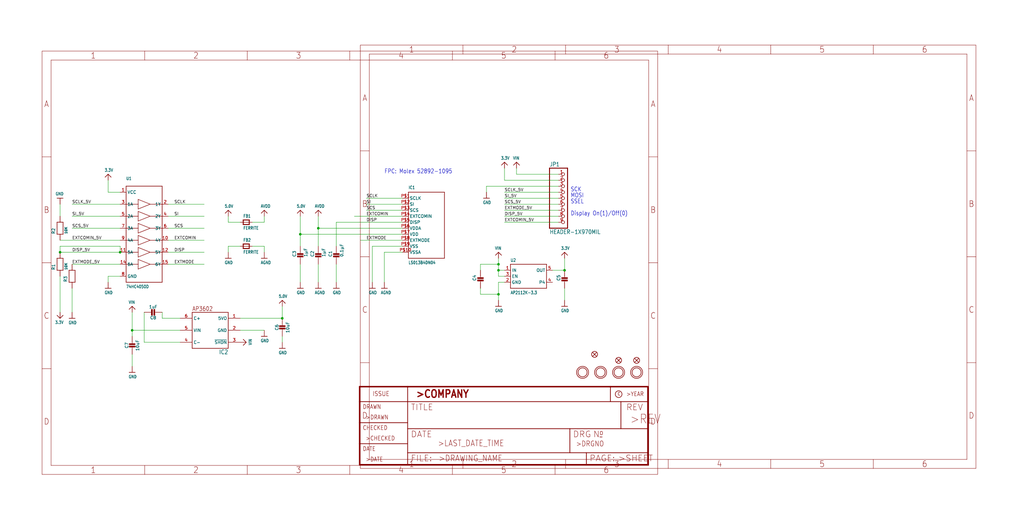
<source format=kicad_sch>
(kicad_sch (version 20211123) (generator eeschema)
  (paper "User" 433.07 220.421)
  (lib_symbols
    (symbol "eagleSchem-eagle-import:3.3V" (power)
      (property "Value" "3.3V" (at -1.524 1.016 0))
      (symbol "3.3V_1_0"
        (polyline (pts (xy -1.27 -1.27) (xy 0 0)) (stroke (width 0.254)))
        (polyline (pts (xy 0 0) (xy 1.27 -1.27)) (stroke (width 0.254)))
        (pin power_in line (at 0 -2.54 90) (length 2.54) (name "3.3V") (number "1"))
      )
    )
    (symbol "eagleSchem-eagle-import:5.0V" (power)
      (property "Value" "5.0V" (at -1.524 1.016 0))
      (symbol "5.0V_1_0"
        (polyline (pts (xy -1.27 -1.27) (xy 0 0)) (stroke (width 0.254)))
        (polyline (pts (xy 0 0) (xy 1.27 -1.27)) (stroke (width 0.254)))
        (pin power_in line (at 0 -2.54 90) (length 2.54) (name "5.0V") (number "1"))
      )
    )
    (symbol "eagleSchem-eagle-import:74HC4050D"
      (property "Reference" "U" (at -7.62 22.86 0))
      (property "Value" "74HC4050D" (at -7.62 -22.86 0))
      (symbol "74HC4050D_1_0"
        (polyline (pts (xy -7.62 -20.32) (xy -7.62 20.32)) (stroke (width 0.254)))
        (polyline (pts (xy -7.62 -12.7) (xy -2.54 -12.7)) (stroke (width 0.2032)))
        (polyline (pts (xy -7.62 -7.62) (xy -2.54 -7.62)) (stroke (width 0.2032)))
        (polyline (pts (xy -7.62 -2.54) (xy -2.54 -2.54)) (stroke (width 0.2032)))
        (polyline (pts (xy -7.62 2.54) (xy -2.54 2.54)) (stroke (width 0.2032)))
        (polyline (pts (xy -7.62 7.62) (xy -2.54 7.62)) (stroke (width 0.2032)))
        (polyline (pts (xy -7.62 12.7) (xy -2.54 12.7)) (stroke (width 0.2032)))
        (polyline (pts (xy -7.62 20.32) (xy 7.62 20.32)) (stroke (width 0.254)))
        (polyline (pts (xy -2.54 -14.732) (xy -2.54 -12.7)) (stroke (width 0.2032)))
        (polyline (pts (xy -2.54 -14.732) (xy 2.54 -12.7)) (stroke (width 0.2032)))
        (polyline (pts (xy -2.54 -12.7) (xy -2.54 -10.668)) (stroke (width 0.2032)))
        (polyline (pts (xy -2.54 -9.652) (xy -2.54 -7.62)) (stroke (width 0.2032)))
        (polyline (pts (xy -2.54 -9.652) (xy 2.54 -7.62)) (stroke (width 0.2032)))
        (polyline (pts (xy -2.54 -7.62) (xy -2.54 -5.588)) (stroke (width 0.2032)))
        (polyline (pts (xy -2.54 -4.572) (xy -2.54 -2.54)) (stroke (width 0.2032)))
        (polyline (pts (xy -2.54 -4.572) (xy 2.54 -2.54)) (stroke (width 0.2032)))
        (polyline (pts (xy -2.54 -2.54) (xy -2.54 -0.508)) (stroke (width 0.2032)))
        (polyline (pts (xy -2.54 0.508) (xy -2.54 2.54)) (stroke (width 0.2032)))
        (polyline (pts (xy -2.54 0.508) (xy 2.54 2.54)) (stroke (width 0.2032)))
        (polyline (pts (xy -2.54 2.54) (xy -2.54 4.572)) (stroke (width 0.2032)))
        (polyline (pts (xy -2.54 5.588) (xy -2.54 7.62)) (stroke (width 0.2032)))
        (polyline (pts (xy -2.54 5.588) (xy 2.54 7.62)) (stroke (width 0.2032)))
        (polyline (pts (xy -2.54 7.62) (xy -2.54 9.652)) (stroke (width 0.2032)))
        (polyline (pts (xy -2.54 10.668) (xy -2.54 12.7)) (stroke (width 0.2032)))
        (polyline (pts (xy -2.54 10.668) (xy 2.54 12.7)) (stroke (width 0.2032)))
        (polyline (pts (xy -2.54 12.7) (xy -2.54 14.732)) (stroke (width 0.2032)))
        (polyline (pts (xy 2.54 -12.7) (xy -2.54 -10.668)) (stroke (width 0.2032)))
        (polyline (pts (xy 2.54 -12.7) (xy 7.62 -12.7)) (stroke (width 0.2032)))
        (polyline (pts (xy 2.54 -7.62) (xy -2.54 -5.588)) (stroke (width 0.2032)))
        (polyline (pts (xy 2.54 -7.62) (xy 7.62 -7.62)) (stroke (width 0.2032)))
        (polyline (pts (xy 2.54 -2.54) (xy -2.54 -0.508)) (stroke (width 0.2032)))
        (polyline (pts (xy 2.54 -2.54) (xy 7.62 -2.54)) (stroke (width 0.2032)))
        (polyline (pts (xy 2.54 2.54) (xy -2.54 4.572)) (stroke (width 0.2032)))
        (polyline (pts (xy 2.54 2.54) (xy 7.62 2.54)) (stroke (width 0.2032)))
        (polyline (pts (xy 2.54 7.62) (xy -2.54 9.652)) (stroke (width 0.2032)))
        (polyline (pts (xy 2.54 7.62) (xy 7.62 7.62)) (stroke (width 0.2032)))
        (polyline (pts (xy 2.54 12.7) (xy -2.54 14.732)) (stroke (width 0.2032)))
        (polyline (pts (xy 2.54 12.7) (xy 7.62 12.7)) (stroke (width 0.2032)))
        (polyline (pts (xy 7.62 -20.32) (xy -7.62 -20.32)) (stroke (width 0.254)))
        (polyline (pts (xy 7.62 12.7) (xy 7.62 -20.32)) (stroke (width 0.254)))
        (polyline (pts (xy 7.62 20.32) (xy 7.62 12.7)) (stroke (width 0.254)))
        (pin bidirectional line (at -10.16 17.78 0) (length 2.54) (name "VCC") (number "1"))
        (pin bidirectional line (at 10.16 -2.54 180) (length 2.54) (name "4Y") (number "10"))
        (pin bidirectional line (at -10.16 -7.62 0) (length 2.54) (name "5A") (number "11"))
        (pin bidirectional line (at 10.16 -7.62 180) (length 2.54) (name "5Y") (number "12"))
        (pin bidirectional line (at -10.16 -12.7 0) (length 2.54) (name "6A") (number "14"))
        (pin bidirectional line (at 10.16 -12.7 180) (length 2.54) (name "6Y") (number "15"))
        (pin bidirectional line (at 10.16 12.7 180) (length 2.54) (name "1Y") (number "2"))
        (pin bidirectional line (at -10.16 12.7 0) (length 2.54) (name "1A") (number "3"))
        (pin bidirectional line (at 10.16 7.62 180) (length 2.54) (name "2Y") (number "4"))
        (pin bidirectional line (at -10.16 7.62 0) (length 2.54) (name "2A") (number "5"))
        (pin bidirectional line (at 10.16 2.54 180) (length 2.54) (name "3Y") (number "6"))
        (pin bidirectional line (at -10.16 2.54 0) (length 2.54) (name "3A") (number "7"))
        (pin bidirectional line (at -10.16 -17.78 0) (length 2.54) (name "GND") (number "8"))
        (pin bidirectional line (at -10.16 -2.54 0) (length 2.54) (name "4A") (number "9"))
      )
    )
    (symbol "eagleSchem-eagle-import:AGND" (power)
      (property "Value" "AGND" (at -1.524 -2.54 0))
      (symbol "AGND_1_0"
        (polyline (pts (xy -1.27 0) (xy 1.27 0)) (stroke (width 0.254)))
        (pin power_in line (at 0 2.54 270) (length 2.54) (name "AGND") (number "1"))
      )
    )
    (symbol "eagleSchem-eagle-import:AP3602"
      (property "Reference" "IC" (at -7.62 -10.16 0))
      (symbol "AP3602_1_0"
        (polyline (pts (xy -7.62 -7.62) (xy -7.62 7.62)) (stroke (width 0.254)))
        (polyline (pts (xy -7.62 7.62) (xy 7.62 7.62)) (stroke (width 0.254)))
        (polyline (pts (xy 7.62 -7.62) (xy -7.62 -7.62)) (stroke (width 0.254)))
        (polyline (pts (xy 7.62 7.62) (xy 7.62 -7.62)) (stroke (width 0.254)))
        (text "AP3602" (at 7.62 10.16 0) (effects (font (size 1.778 1.5113)) (justify right top)))
        (pin power_in line (at -12.7 5.08 0) (length 5.08) (name "5VO") (number "1"))
        (pin power_in line (at -12.7 0 0) (length 5.08) (name "GND") (number "2"))
        (pin input line (at -12.7 -5.08 0) (length 5.08) (name "~{SHDN}") (number "3"))
        (pin bidirectional line (at 12.7 -5.08 180) (length 5.08) (name "C-") (number "4"))
        (pin power_in line (at 12.7 0 180) (length 5.08) (name "VIN") (number "5"))
        (pin bidirectional line (at 12.7 5.08 180) (length 5.08) (name "C+") (number "6"))
      )
    )
    (symbol "eagleSchem-eagle-import:AVDD" (power)
      (property "Value" "AVDD" (at -1.524 1.016 0))
      (symbol "AVDD_1_0"
        (polyline (pts (xy -1.27 -1.27) (xy 0 0)) (stroke (width 0.254)))
        (polyline (pts (xy 0 0) (xy 1.27 -1.27)) (stroke (width 0.254)))
        (pin power_in line (at 0 -2.54 90) (length 2.54) (name "AVDD") (number "1"))
      )
    )
    (symbol "eagleSchem-eagle-import:CAP_CERAMIC0603_NO"
      (property "Reference" "C" (at -2.29 1.25 90))
      (property "Value" "CAP_CERAMIC0603_NO" (at 2.3 1.25 90))
      (symbol "CAP_CERAMIC0603_NO_1_0"
        (rectangle (start -1.27 0.508) (end 1.27 1.016) (fill (type outline)))
        (rectangle (start -1.27 1.524) (end 1.27 2.032) (fill (type outline)))
        (polyline (pts (xy 0 0.762) (xy 0 0)) (stroke (width 0.1524)))
        (polyline (pts (xy 0 2.54) (xy 0 1.778)) (stroke (width 0.1524)))
        (pin passive line (at 0 5.08 270) (length 2.54) (name "1") (number "1"))
        (pin passive line (at 0 -2.54 90) (length 2.54) (name "2") (number "2"))
      )
    )
    (symbol "eagleSchem-eagle-import:CAP_CERAMIC0805-NOOUTLINE"
      (property "Reference" "C" (at -2.29 1.25 90))
      (property "Value" "CAP_CERAMIC0805-NOOUTLINE" (at 2.3 1.25 90))
      (symbol "CAP_CERAMIC0805-NOOUTLINE_1_0"
        (rectangle (start -1.27 0.508) (end 1.27 1.016) (fill (type outline)))
        (rectangle (start -1.27 1.524) (end 1.27 2.032) (fill (type outline)))
        (polyline (pts (xy 0 0.762) (xy 0 0)) (stroke (width 0.1524)))
        (polyline (pts (xy 0 2.54) (xy 0 1.778)) (stroke (width 0.1524)))
        (pin passive line (at 0 5.08 270) (length 2.54) (name "1") (number "1"))
        (pin passive line (at 0 -2.54 90) (length 2.54) (name "2") (number "2"))
      )
    )
    (symbol "eagleSchem-eagle-import:CAP_CERAMIC0805_10MGAP"
      (property "Reference" "C" (at -2.29 1.25 90))
      (property "Value" "CAP_CERAMIC0805_10MGAP" (at 2.3 1.25 90))
      (symbol "CAP_CERAMIC0805_10MGAP_1_0"
        (rectangle (start -1.27 0.508) (end 1.27 1.016) (fill (type outline)))
        (rectangle (start -1.27 1.524) (end 1.27 2.032) (fill (type outline)))
        (polyline (pts (xy 0 0.762) (xy 0 0)) (stroke (width 0.1524)))
        (polyline (pts (xy 0 2.54) (xy 0 1.778)) (stroke (width 0.1524)))
        (pin passive line (at 0 5.08 270) (length 2.54) (name "1") (number "1"))
        (pin passive line (at 0 -2.54 90) (length 2.54) (name "2") (number "2"))
      )
    )
    (symbol "eagleSchem-eagle-import:DISP_EINK_SHARPMEMORYLCD_10PIN_27IN"
      (property "Reference" "IC" (at -7.62 13.97 0))
      (property "Value" "DISP_EINK_SHARPMEMORYLCD_10PIN_27IN" (at -7.62 -17.78 0))
      (symbol "DISP_EINK_SHARPMEMORYLCD_10PIN_27IN_1_0"
        (polyline (pts (xy -7.62 -15.24) (xy -7.62 12.7)) (stroke (width 0.254)))
        (polyline (pts (xy -7.62 12.7) (xy 7.62 12.7)) (stroke (width 0.254)))
        (polyline (pts (xy 7.62 -15.24) (xy -7.62 -15.24)) (stroke (width 0.254)))
        (polyline (pts (xy 7.62 12.7) (xy 7.62 -15.24)) (stroke (width 0.254)))
        (pin input line (at -10.16 10.16 0) (length 2.54) (name "SCLK") (number "P$1"))
        (pin power_in line (at -10.16 -12.7 0) (length 2.54) (name "VSSA") (number "P$10"))
        (pin input line (at -10.16 7.62 0) (length 2.54) (name "SI") (number "P$2"))
        (pin input line (at -10.16 5.08 0) (length 2.54) (name "SCS") (number "P$3"))
        (pin input line (at -10.16 2.54 0) (length 2.54) (name "EXTCOMIN") (number "P$4"))
        (pin input line (at -10.16 0 0) (length 2.54) (name "DISP") (number "P$5"))
        (pin power_in line (at -10.16 -2.54 0) (length 2.54) (name "VDDA") (number "P$6"))
        (pin power_in line (at -10.16 -5.08 0) (length 2.54) (name "VDD") (number "P$7"))
        (pin input line (at -10.16 -7.62 0) (length 2.54) (name "EXTMODE") (number "P$8"))
        (pin power_in line (at -10.16 -10.16 0) (length 2.54) (name "VSS") (number "P$9"))
      )
    )
    (symbol "eagleSchem-eagle-import:FERRITE_0805"
      (property "Reference" "FB" (at -1.27 1.905 0))
      (property "Value" "FERRITE_0805" (at -1.27 -3.175 0))
      (symbol "FERRITE_0805_1_0"
        (polyline (pts (xy -1.27 -0.9525) (xy -1.27 0.9525)) (stroke (width 0.4064)))
        (polyline (pts (xy -1.27 0.9525) (xy 1.27 0.9525)) (stroke (width 0.4064)))
        (polyline (pts (xy 1.27 -0.9525) (xy -1.27 -0.9525)) (stroke (width 0.4064)))
        (polyline (pts (xy 1.27 0.9525) (xy 1.27 -0.9525)) (stroke (width 0.4064)))
        (pin passive line (at -2.54 0 0) (length 2.54) (name "P$1") (number "1"))
        (pin passive line (at 2.54 0 180) (length 2.54) (name "P$2") (number "2"))
      )
    )
    (symbol "eagleSchem-eagle-import:FIDUCIAL_1MM"
      (symbol "FIDUCIAL_1MM_1_0"
        (polyline (pts (xy -0.762 0.762) (xy 0.762 -0.762)) (stroke (width 0.254)))
        (polyline (pts (xy 0.762 0.762) (xy -0.762 -0.762)) (stroke (width 0.254)))
        (circle (center 0 0) (radius 1.27) (stroke (width 0.254)))
      )
    )
    (symbol "eagleSchem-eagle-import:FRAME_A4"
      (symbol "FRAME_A4_0_0"
        (polyline (pts (xy 0 44.7675) (xy 3.81 44.7675)))
        (polyline (pts (xy 0 89.535) (xy 3.81 89.535)))
        (polyline (pts (xy 0 134.3025) (xy 3.81 134.3025)))
        (polyline (pts (xy 3.81 3.81) (xy 3.81 175.26)))
        (polyline (pts (xy 43.3917 0) (xy 43.3917 3.81)))
        (polyline (pts (xy 43.3917 175.26) (xy 43.3917 179.07)))
        (polyline (pts (xy 86.7833 0) (xy 86.7833 3.81)))
        (polyline (pts (xy 86.7833 175.26) (xy 86.7833 179.07)))
        (polyline (pts (xy 130.175 0) (xy 130.175 3.81)))
        (polyline (pts (xy 130.175 175.26) (xy 130.175 179.07)))
        (polyline (pts (xy 173.5667 0) (xy 173.5667 3.81)))
        (polyline (pts (xy 173.5667 175.26) (xy 173.5667 179.07)))
        (polyline (pts (xy 216.9583 0) (xy 216.9583 3.81)))
        (polyline (pts (xy 216.9583 175.26) (xy 216.9583 179.07)))
        (polyline (pts (xy 256.54 3.81) (xy 3.81 3.81)))
        (polyline (pts (xy 256.54 3.81) (xy 256.54 175.26)))
        (polyline (pts (xy 256.54 44.7675) (xy 260.35 44.7675)))
        (polyline (pts (xy 256.54 89.535) (xy 260.35 89.535)))
        (polyline (pts (xy 256.54 134.3025) (xy 260.35 134.3025)))
        (polyline (pts (xy 256.54 175.26) (xy 3.81 175.26)))
        (polyline (pts (xy 0 0) (xy 260.35 0) (xy 260.35 179.07) (xy 0 179.07) (xy 0 0)))
        (text "1" (at 21.6958 1.905 0) (effects (font (size 2.54 2.286))))
        (text "1" (at 21.6958 177.165 0) (effects (font (size 2.54 2.286))))
        (text "2" (at 65.0875 1.905 0) (effects (font (size 2.54 2.286))))
        (text "2" (at 65.0875 177.165 0) (effects (font (size 2.54 2.286))))
        (text "3" (at 108.4792 1.905 0) (effects (font (size 2.54 2.286))))
        (text "3" (at 108.4792 177.165 0) (effects (font (size 2.54 2.286))))
        (text "4" (at 151.8708 1.905 0) (effects (font (size 2.54 2.286))))
        (text "4" (at 151.8708 177.165 0) (effects (font (size 2.54 2.286))))
        (text "5" (at 195.2625 1.905 0) (effects (font (size 2.54 2.286))))
        (text "5" (at 195.2625 177.165 0) (effects (font (size 2.54 2.286))))
        (text "6" (at 238.6542 1.905 0) (effects (font (size 2.54 2.286))))
        (text "6" (at 238.6542 177.165 0) (effects (font (size 2.54 2.286))))
        (text "A" (at 1.905 156.6863 0) (effects (font (size 2.54 2.286))))
        (text "A" (at 258.445 156.6863 0) (effects (font (size 2.54 2.286))))
        (text "B" (at 1.905 111.9188 0) (effects (font (size 2.54 2.286))))
        (text "B" (at 258.445 111.9188 0) (effects (font (size 2.54 2.286))))
        (text "C" (at 1.905 67.1513 0) (effects (font (size 2.54 2.286))))
        (text "C" (at 258.445 67.1513 0) (effects (font (size 2.54 2.286))))
        (text "D" (at 1.905 22.3838 0) (effects (font (size 2.54 2.286))))
        (text "D" (at 258.445 22.3838 0) (effects (font (size 2.54 2.286))))
      )
      (symbol "FRAME_A4_1_0"
        (polyline (pts (xy 256.54 3.81) (xy 256.54 8.89)) (stroke (width 0.1016)))
        (polyline (pts (xy 256.54 8.89) (xy 256.54 13.97)) (stroke (width 0.1016)))
        (polyline (pts (xy 256.54 13.97) (xy 256.54 19.05)) (stroke (width 0.1016)))
        (polyline (pts (xy 256.54 19.05) (xy 256.54 36.83)) (stroke (width 0.1016)))
      )
      (symbol "FRAME_A4_2_0"
        (polyline (pts (xy -0.3048 1.5748) (xy 20.0152 1.5748)) (stroke (width 0.6096)))
        (polyline (pts (xy -0.3048 10.4648) (xy -0.3048 1.5748)) (stroke (width 0.6096)))
        (polyline (pts (xy -0.3048 10.4648) (xy 20.0152 10.4648)) (stroke (width 0.3048)))
        (polyline (pts (xy -0.3048 19.3548) (xy -0.3048 10.4648)) (stroke (width 0.6096)))
        (polyline (pts (xy -0.3048 19.3548) (xy 20.0152 19.3548)) (stroke (width 0.3048)))
        (polyline (pts (xy -0.3048 28.2448) (xy -0.3048 19.3548)) (stroke (width 0.6096)))
        (polyline (pts (xy -0.3048 28.2448) (xy 20.0152 28.2448)) (stroke (width 0.3048)))
        (polyline (pts (xy -0.3048 34.5948) (xy -0.3048 28.2448)) (stroke (width 0.6096)))
        (polyline (pts (xy 20.0152 1.5748) (xy 20.0152 6.6548)) (stroke (width 0.3048)))
        (polyline (pts (xy 20.0152 1.5748) (xy 95.5802 1.5748)) (stroke (width 0.6096)))
        (polyline (pts (xy 20.0152 6.6548) (xy 20.0152 10.4648)) (stroke (width 0.3048)))
        (polyline (pts (xy 20.0152 6.6548) (xy 88.5952 6.6548)) (stroke (width 0.3048)))
        (polyline (pts (xy 20.0152 10.4648) (xy 20.0152 16.8148)) (stroke (width 0.3048)))
        (polyline (pts (xy 20.0152 16.8148) (xy 20.0152 19.3548)) (stroke (width 0.3048)))
        (polyline (pts (xy 20.0152 19.3548) (xy 20.0152 28.2448)) (stroke (width 0.3048)))
        (polyline (pts (xy 20.0152 28.2448) (xy 20.0152 34.5948)) (stroke (width 0.3048)))
        (polyline (pts (xy 20.0152 28.2448) (xy 105.7402 28.2448)) (stroke (width 0.3048)))
        (polyline (pts (xy 20.0152 34.5948) (xy -0.3048 34.5948)) (stroke (width 0.6096)))
        (polyline (pts (xy 88.5952 6.6548) (xy 95.5802 6.6548)) (stroke (width 0.3048)))
        (polyline (pts (xy 88.5952 16.8148) (xy 20.0152 16.8148)) (stroke (width 0.3048)))
        (polyline (pts (xy 88.5952 16.8148) (xy 88.5952 6.6548)) (stroke (width 0.3048)))
        (polyline (pts (xy 95.5802 1.5748) (xy 121.6152 1.5748)) (stroke (width 0.6096)))
        (polyline (pts (xy 95.5802 6.6548) (xy 95.5802 1.5748)) (stroke (width 0.3048)))
        (polyline (pts (xy 95.5802 6.6548) (xy 121.6152 6.6548)) (stroke (width 0.3048)))
        (polyline (pts (xy 101.2952 13.3223) (xy 102.2477 13.3223)) (stroke (width 0.254)))
        (polyline (pts (xy 105.7402 28.2448) (xy 105.7402 34.5948)) (stroke (width 0.3048)))
        (polyline (pts (xy 105.7402 28.2448) (xy 110.1852 28.2448)) (stroke (width 0.3048)))
        (polyline (pts (xy 105.7402 34.5948) (xy 20.0152 34.5948)) (stroke (width 0.6096)))
        (polyline (pts (xy 110.1852 16.8148) (xy 88.5952 16.8148)) (stroke (width 0.3048)))
        (polyline (pts (xy 110.1852 28.2448) (xy 110.1852 16.8148)) (stroke (width 0.3048)))
        (polyline (pts (xy 110.1852 28.2448) (xy 121.6152 28.2448)) (stroke (width 0.3048)))
        (polyline (pts (xy 121.6152 6.6548) (xy 121.6152 1.5748)) (stroke (width 0.6096)))
        (polyline (pts (xy 121.6152 16.8148) (xy 110.1852 16.8148)) (stroke (width 0.3048)))
        (polyline (pts (xy 121.6152 16.8148) (xy 121.6152 6.6548)) (stroke (width 0.6096)))
        (polyline (pts (xy 121.6152 28.2448) (xy 121.6152 16.8148)) (stroke (width 0.6096)))
        (polyline (pts (xy 121.6152 34.5948) (xy 105.7402 34.5948)) (stroke (width 0.6096)))
        (polyline (pts (xy 121.6152 34.5948) (xy 121.6152 28.2448)) (stroke (width 0.6096)))
        (circle (center 109.2327 31.4198) (radius 1.4199) (stroke (width 0.254)))
        (text ">CHECKED" (at 2.2352 11.7348 0) (effects (font (size 1.778 1.5113)) (justify left bottom)))
        (text ">COMPANY" (at 23.349 29.6735 0) (effects (font (size 3.175 2.6987) (thickness 0.5397) bold) (justify left bottom)))
        (text ">DATE" (at 2.2352 2.8448 0) (effects (font (size 1.778 1.5113)) (justify left bottom)))
        (text ">DRAWING_NAME" (at 33.0327 2.8448 0) (effects (font (size 2.54 2.159)) (justify left bottom)))
        (text ">DRAWN" (at 2.2352 20.6248 0) (effects (font (size 1.778 1.5113)) (justify left bottom)))
        (text ">DRGNO" (at 91.1352 9.1948 0) (effects (font (size 2.1844 1.8567)) (justify left bottom)))
        (text ">LAST_DATE_TIME" (at 32.7152 9.1948 0) (effects (font (size 2.54 2.159)) (justify left bottom)))
        (text ">REV" (at 113.9952 18.7198 0) (effects (font (size 3.81 3.2385)) (justify left bottom)))
        (text ">SHEET" (at 108.9152 2.8448 0) (effects (font (size 2.54 2.54)) (justify left bottom)))
        (text ">YEAR" (at 112.4077 30.4673 0) (effects (font (size 1.778 1.5113)) (justify left bottom)))
        (text "C" (at 108.7564 30.7848 0) (effects (font (size 1.27 1.0795)) (justify left bottom)))
        (text "CHECKED" (at 0.9652 16.1798 0) (effects (font (size 1.778 1.5113)) (justify left bottom)))
        (text "DATE" (at 0.9652 7.2898 0) (effects (font (size 1.778 1.5113)) (justify left bottom)))
        (text "DATE" (at 21.2852 13.0048 0) (effects (font (size 2.54 2.54)) (justify left bottom)))
        (text "DRAWN" (at 0.9652 25.0698 0) (effects (font (size 1.778 1.5113)) (justify left bottom)))
        (text "DRG" (at 89.8652 13.0048 0) (effects (font (size 2.54 2.54)) (justify left bottom)))
        (text "FILE:" (at 21.2852 2.8448 0) (effects (font (size 2.54 2.54)) (justify left bottom)))
        (text "ISSUE" (at 5.0927 30.4673 0) (effects (font (size 1.9304 1.6408)) (justify left bottom)))
        (text "N" (at 98.4377 13.0048 0) (effects (font (size 2.54 2.54)) (justify left bottom)))
        (text "o" (at 100.9777 13.9573 0) (effects (font (size 2.1844 1.8567)) (justify left bottom)))
        (text "PAGE:" (at 96.8502 2.8448 0) (effects (font (size 2.54 2.54)) (justify left bottom)))
        (text "REV" (at 112.4077 24.4348 0) (effects (font (size 2.54 2.54)) (justify left bottom)))
        (text "TITLE" (at 21.2852 24.4348 0) (effects (font (size 2.54 2.54)) (justify left bottom)))
      )
    )
    (symbol "eagleSchem-eagle-import:GND" (power)
      (property "Value" "GND" (at -1.524 -2.54 0))
      (symbol "GND_1_0"
        (polyline (pts (xy -1.27 0) (xy 1.27 0)) (stroke (width 0.254)))
        (pin power_in line (at 0 2.54 270) (length 2.54) (name "GND") (number "1"))
      )
    )
    (symbol "eagleSchem-eagle-import:HEADER-1X970MIL"
      (property "Reference" "JP" (at -6.35 13.335 0))
      (property "Value" "HEADER-1X970MIL" (at -6.35 -15.24 0))
      (symbol "HEADER-1X970MIL_1_0"
        (polyline (pts (xy -6.35 -12.7) (xy 1.27 -12.7)) (stroke (width 0.4064)))
        (polyline (pts (xy -6.35 12.7) (xy -6.35 -12.7)) (stroke (width 0.4064)))
        (polyline (pts (xy 1.27 -12.7) (xy 1.27 12.7)) (stroke (width 0.4064)))
        (polyline (pts (xy 1.27 12.7) (xy -6.35 12.7)) (stroke (width 0.4064)))
        (pin passive inverted (at -2.54 10.16 0) (length 2.54) (name "1") (number "1"))
        (pin passive inverted (at -2.54 7.62 0) (length 2.54) (name "2") (number "2"))
        (pin passive inverted (at -2.54 5.08 0) (length 2.54) (name "3") (number "3"))
        (pin passive inverted (at -2.54 2.54 0) (length 2.54) (name "4") (number "4"))
        (pin passive inverted (at -2.54 0 0) (length 2.54) (name "5") (number "5"))
        (pin passive inverted (at -2.54 -2.54 0) (length 2.54) (name "6") (number "6"))
        (pin passive inverted (at -2.54 -5.08 0) (length 2.54) (name "7") (number "7"))
        (pin passive inverted (at -2.54 -7.62 0) (length 2.54) (name "8") (number "8"))
        (pin passive inverted (at -2.54 -10.16 0) (length 2.54) (name "9") (number "9"))
      )
    )
    (symbol "eagleSchem-eagle-import:MOUNTINGHOLE2.5"
      (symbol "MOUNTINGHOLE2.5_1_0"
        (circle (center 0 0) (radius 1.905) (stroke (width 0.254)))
        (circle (center 0 0) (radius 2.54) (stroke (width 0.254)))
      )
    )
    (symbol "eagleSchem-eagle-import:MOUNTINGHOLE2.5_THICK"
      (symbol "MOUNTINGHOLE2.5_THICK_1_0"
        (circle (center 0 0) (radius 1.905) (stroke (width 0.254)))
        (circle (center 0 0) (radius 2.54) (stroke (width 0.254)))
      )
    )
    (symbol "eagleSchem-eagle-import:RESISTOR_0603_NOOUT"
      (property "Reference" "R" (at 0 2.54 0))
      (property "Value" "RESISTOR_0603_NOOUT" (at 0 0 0))
      (symbol "RESISTOR_0603_NOOUT_1_0"
        (polyline (pts (xy -2.54 -1.27) (xy -2.54 1.27)) (stroke (width 0.254)))
        (polyline (pts (xy -2.54 1.27) (xy 2.54 1.27)) (stroke (width 0.254)))
        (polyline (pts (xy 2.54 -1.27) (xy -2.54 -1.27)) (stroke (width 0.254)))
        (polyline (pts (xy 2.54 1.27) (xy 2.54 -1.27)) (stroke (width 0.254)))
        (pin passive line (at -5.08 0 0) (length 2.54) (name "1") (number "1"))
        (pin passive line (at 5.08 0 180) (length 2.54) (name "2") (number "2"))
      )
    )
    (symbol "eagleSchem-eagle-import:VIN" (power)
      (property "Value" "VIN" (at -1.524 1.016 0))
      (symbol "VIN_1_0"
        (polyline (pts (xy -1.27 -1.27) (xy 0 0)) (stroke (width 0.254)))
        (polyline (pts (xy 0 0) (xy 1.27 -1.27)) (stroke (width 0.254)))
        (pin power_in line (at 0 -2.54 90) (length 2.54) (name "VIN") (number "1"))
      )
    )
    (symbol "eagleSchem-eagle-import:VREG_SOT23-5"
      (property "Reference" "U" (at -7.62 6.096 0))
      (property "Value" "VREG_SOT23-5" (at -7.62 -7.62 0))
      (symbol "VREG_SOT23-5_1_0"
        (polyline (pts (xy -7.62 -5.08) (xy -7.62 5.08)) (stroke (width 0.254)))
        (polyline (pts (xy -7.62 5.08) (xy 7.62 5.08)) (stroke (width 0.254)))
        (polyline (pts (xy 7.62 -5.08) (xy -7.62 -5.08)) (stroke (width 0.254)))
        (polyline (pts (xy 7.62 5.08) (xy 7.62 -5.08)) (stroke (width 0.254)))
        (pin power_in line (at -10.16 2.54 0) (length 2.54) (name "IN") (number "1"))
        (pin power_in line (at -10.16 -2.54 0) (length 2.54) (name "GND") (number "2"))
        (pin input line (at -10.16 0 0) (length 2.54) (name "EN") (number "3"))
        (pin bidirectional line (at 10.16 -2.54 180) (length 2.54) (name "P4") (number "4"))
        (pin power_in line (at 10.16 2.54 180) (length 2.54) (name "OUT") (number "5"))
      )
    )
  )
  (junction (at 25.4 106.68))
  (junction (at 119.38 134.62))
  (junction (at 210.82 124.46))
  (junction (at 50.8 106.68))
  (junction (at 55.88 139.7))
  (junction (at 210.82 114.3))
  (junction (at 127 99.06))
  (junction (at 238.76 114.3))
  (junction (at 210.82 111.76))
  (junction (at 134.62 96.52))
  (wire (pts (xy 127 111.76) (xy 127 119.38)))
  (wire (pts (xy 142.24 111.76) (xy 142.24 119.38)))
  (wire (pts (xy 236.22 83.82) (xy 213.36 83.82)))
  (wire (pts (xy 50.8 116.84) (xy 45.72 116.84)))
  (wire (pts (xy 142.24 93.98) (xy 142.24 104.14)))
  (wire (pts (xy 45.72 116.84) (xy 45.72 119.38)))
  (wire (pts (xy 86.36 96.52) (xy 71.12 96.52)))
  (wire (pts (xy 50.8 81.28) (xy 45.72 81.28)))
  (wire (pts (xy 157.48 104.14) (xy 157.48 119.38)))
  (wire (pts (xy 213.36 119.38) (xy 210.82 119.38)))
  (wire (pts (xy 101.6 134.62) (xy 119.38 134.62)))
  (wire (pts (xy 96.52 93.98) (xy 96.52 91.44)))
  (wire (pts (xy 213.36 116.84) (xy 210.82 116.84)))
  (wire (pts (xy 106.68 93.98) (xy 111.76 93.98)))
  (wire (pts (xy 76.2 134.62) (xy 68.58 134.62)))
  (wire (pts (xy 236.22 91.44) (xy 213.36 91.44)))
  (wire (pts (xy 50.8 86.36) (xy 30.48 86.36)))
  (wire (pts (xy 111.76 104.14) (xy 111.76 106.68)))
  (wire (pts (xy 50.8 91.44) (xy 30.48 91.44)))
  (wire (pts (xy 170.18 96.52) (xy 134.62 96.52)))
  (wire (pts (xy 25.4 86.36) (xy 25.4 91.44)))
  (wire (pts (xy 134.62 96.52) (xy 134.62 91.44)))
  (wire (pts (xy 25.4 104.14) (xy 50.8 104.14)))
  (wire (pts (xy 170.18 88.9) (xy 154.94 88.9)))
  (wire (pts (xy 50.8 104.14) (xy 50.8 106.68)))
  (wire (pts (xy 45.72 81.28) (xy 45.72 76.2)))
  (wire (pts (xy 170.18 99.06) (xy 127 99.06)))
  (wire (pts (xy 162.56 106.68) (xy 162.56 119.38)))
  (wire (pts (xy 106.68 104.14) (xy 111.76 104.14)))
  (wire (pts (xy 236.22 81.28) (xy 213.36 81.28)))
  (wire (pts (xy 210.82 119.38) (xy 210.82 124.46)))
  (wire (pts (xy 86.36 111.76) (xy 71.12 111.76)))
  (wire (pts (xy 170.18 93.98) (xy 142.24 93.98)))
  (wire (pts (xy 50.8 106.68) (xy 25.4 106.68)))
  (wire (pts (xy 76.2 144.78) (xy 60.96 144.78)))
  (wire (pts (xy 55.88 139.7) (xy 55.88 132.08)))
  (wire (pts (xy 170.18 106.68) (xy 162.56 106.68)))
  (wire (pts (xy 170.18 86.36) (xy 154.94 86.36)))
  (wire (pts (xy 236.22 76.2) (xy 213.36 76.2)))
  (wire (pts (xy 203.2 124.46) (xy 210.82 124.46)))
  (wire (pts (xy 101.6 104.14) (xy 96.52 104.14)))
  (wire (pts (xy 86.36 86.36) (xy 71.12 86.36)))
  (wire (pts (xy 210.82 116.84) (xy 210.82 114.3)))
  (wire (pts (xy 55.88 139.7) (xy 55.88 142.24)))
  (wire (pts (xy 236.22 93.98) (xy 213.36 93.98)))
  (wire (pts (xy 86.36 101.6) (xy 71.12 101.6)))
  (wire (pts (xy 233.68 114.3) (xy 238.76 114.3)))
  (wire (pts (xy 236.22 78.74) (xy 205.74 78.74)))
  (wire (pts (xy 236.22 86.36) (xy 213.36 86.36)))
  (wire (pts (xy 210.82 114.3) (xy 210.82 111.76)))
  (wire (pts (xy 203.2 114.3) (xy 203.2 111.76)))
  (wire (pts (xy 170.18 104.14) (xy 157.48 104.14)))
  (wire (pts (xy 218.44 73.66) (xy 218.44 71.12)))
  (wire (pts (xy 111.76 93.98) (xy 111.76 91.44)))
  (wire (pts (xy 213.36 114.3) (xy 210.82 114.3)))
  (wire (pts (xy 68.58 134.62) (xy 68.58 132.08)))
  (wire (pts (xy 205.74 78.74) (xy 205.74 81.28)))
  (wire (pts (xy 238.76 114.3) (xy 238.76 109.22)))
  (wire (pts (xy 238.76 121.92) (xy 238.76 127)))
  (wire (pts (xy 60.96 144.78) (xy 60.96 132.08)))
  (wire (pts (xy 119.38 134.62) (xy 119.38 129.54)))
  (wire (pts (xy 119.38 142.24) (xy 119.38 144.78)))
  (wire (pts (xy 236.22 73.66) (xy 218.44 73.66)))
  (wire (pts (xy 213.36 76.2) (xy 213.36 71.12)))
  (wire (pts (xy 236.22 88.9) (xy 213.36 88.9)))
  (wire (pts (xy 170.18 101.6) (xy 152.4 101.6)))
  (wire (pts (xy 170.18 91.44) (xy 149.86 91.44)))
  (wire (pts (xy 86.36 106.68) (xy 71.12 106.68)))
  (wire (pts (xy 127 99.06) (xy 127 91.44)))
  (wire (pts (xy 50.8 101.6) (xy 25.4 101.6)))
  (wire (pts (xy 210.82 124.46) (xy 210.82 127)))
  (wire (pts (xy 170.18 83.82) (xy 154.94 83.82)))
  (wire (pts (xy 210.82 111.76) (xy 210.82 109.22)))
  (wire (pts (xy 30.48 132.08) (xy 30.48 121.92)))
  (wire (pts (xy 203.2 121.92) (xy 203.2 124.46)))
  (wire (pts (xy 25.4 106.68) (xy 25.4 104.14)))
  (wire (pts (xy 96.52 104.14) (xy 96.52 106.68)))
  (wire (pts (xy 25.4 132.08) (xy 25.4 116.84)))
  (wire (pts (xy 134.62 96.52) (xy 134.62 104.14)))
  (wire (pts (xy 134.62 111.76) (xy 134.62 119.38)))
  (wire (pts (xy 76.2 139.7) (xy 55.88 139.7)))
  (wire (pts (xy 50.8 111.76) (xy 30.48 111.76)))
  (wire (pts (xy 127 104.14) (xy 127 99.06)))
  (wire (pts (xy 111.76 139.7) (xy 101.6 139.7)))
  (wire (pts (xy 86.36 91.44) (xy 71.12 91.44)))
  (wire (pts (xy 101.6 93.98) (xy 96.52 93.98)))
  (wire (pts (xy 50.8 96.52) (xy 30.48 96.52)))
  (wire (pts (xy 203.2 111.76) (xy 210.82 111.76)))
  (wire (pts (xy 55.88 149.86) (xy 55.88 154.94)))
  (text "MOSI" (at 241.3 83.82 180) (effects (font (size 1.778 1.5113)) (justify left bottom)))
  (text "SCK" (at 241.3 81.28 180) (effects (font (size 1.778 1.5113)) (justify left bottom)))
  (text "SSEL" (at 241.3 86.36 180) (effects (font (size 1.778 1.5113)) (justify left bottom)))
  (text "Display On(1)/Off(0)" (at 241.3 91.44 180) (effects (font (size 1.778 1.5113)) (justify left bottom)))
  (text "FPC: Molex 52892-1095" (at 162.56 73.66 180) (effects (font (size 1.778 1.5113)) (justify left bottom)))
  (label "EXTCOMIN_5V" (at 30.48 101.6 0) (effects (font (size 1.2446 1.2446))))
  (label "DISP" (at 154.94 93.98 0) (effects (font (size 1.2446 1.2446))))
  (label "DISP" (at 73.66 106.68 0) (effects (font (size 1.2446 1.2446))))
  (label "EXTMODE_5V" (at 213.36 88.9 0) (effects (font (size 1.2446 1.2446))))
  (label "SCLK_5V" (at 213.36 81.28 0) (effects (font (size 1.2446 1.2446))))
  (label "EXTCOMIN" (at 154.94 91.44 0) (effects (font (size 1.2446 1.2446))))
  (label "SCLK_5V" (at 30.48 86.36 0) (effects (font (size 1.2446 1.2446))))
  (label "SCS_5V" (at 30.48 96.52 0) (effects (font (size 1.2446 1.2446))))
  (label "DISP_5V" (at 30.48 106.68 0) (effects (font (size 1.2446 1.2446))))
  (label "SCLK" (at 73.66 86.36 0) (effects (font (size 1.2446 1.2446))))
  (label "SCS_5V" (at 213.36 86.36 0) (effects (font (size 1.2446 1.2446))))
  (label "EXTMODE_5V" (at 30.48 111.76 0) (effects (font (size 1.2446 1.2446))))
  (label "SI" (at 73.66 91.44 0) (effects (font (size 1.2446 1.2446))))
  (label "SI_5V" (at 30.48 91.44 0) (effects (font (size 1.2446 1.2446))))
  (label "EXTMODE" (at 73.66 111.76 0) (effects (font (size 1.2446 1.2446))))
  (label "SCLK" (at 154.94 83.82 0) (effects (font (size 1.2446 1.2446))))
  (label "DISP_5V" (at 213.36 91.44 0) (effects (font (size 1.2446 1.2446))))
  (label "SI_5V" (at 213.36 83.82 0) (effects (font (size 1.2446 1.2446))))
  (label "SCS" (at 73.66 96.52 0) (effects (font (size 1.2446 1.2446))))
  (label "SCS" (at 154.94 88.9 0) (effects (font (size 1.2446 1.2446))))
  (label "SI" (at 154.94 86.36 0) (effects (font (size 1.2446 1.2446))))
  (label "EXTMODE" (at 154.94 101.6 0) (effects (font (size 1.2446 1.2446))))
  (label "EXTCOMIN_5V" (at 213.36 93.98 0) (effects (font (size 1.2446 1.2446))))
  (label "EXTCOMIN" (at 73.66 101.6 0) (effects (font (size 1.2446 1.2446))))
  (symbol (lib_id "eagleSchem-eagle-import:GND") (at 96.52 109.22 0) (unit 1)
    (property "Reference" "#U$14" (effects hide))
    (property "Value" "GND" (at 94.996 111.76 0) (effects (font (size 1.27 1.0795)) (justify left bottom)))
    (property "Footprint" "eagleSchem:" (effects hide))
  )
  (symbol (lib_id "eagleSchem-eagle-import:AVDD") (at 134.62 88.9 0) (unit 1)
    (property "Reference" "#U$2" (effects hide))
    (property "Value" "AVDD" (at 133.096 87.884 0) (effects (font (size 1.27 1.0795)) (justify left bottom)))
    (property "Footprint" "eagleSchem:" (effects hide))
  )
  (symbol (lib_id "eagleSchem-eagle-import:CAP_CERAMIC0603_NO") (at 142.24 109.22 0) (unit 1)
    (property "Reference" "C1" (at 140.45 108.68 90) (effects (justify left bottom)))
    (property "Value" "0.1µF" (at 145.24 108.68 90) (effects (justify left bottom)))
    (property "Footprint" "eagleSchem:0603-NO" (effects hide))
  )
  (symbol (lib_id "eagleSchem-eagle-import:FIDUCIAL_1MM") (at 269.24 152.4 0) (unit 1)
    (property "Reference" "FID2" (effects hide))
    (property "Value" "FIDUCIAL_1MM" (effects hide))
    (property "Footprint" "eagleSchem:FIDUCIAL_1MM" (effects hide))
  )
  (symbol (lib_id "eagleSchem-eagle-import:FERRITE_0805") (at 104.14 93.98 0) (unit 1)
    (property "Reference" "FB1" (at 102.87 92.075 0) (effects (font (size 1.27 1.0795)) (justify left bottom)))
    (property "Value" "FERRITE" (at 102.87 97.155 0) (effects (font (size 1.27 1.0795)) (justify left bottom)))
    (property "Footprint" "eagleSchem:_0805" (effects hide))
  )
  (symbol (lib_id "eagleSchem-eagle-import:VIN") (at 55.88 129.54 0) (unit 1)
    (property "Reference" "#U$31" (effects hide))
    (property "Value" "VIN" (at 54.356 128.524 0) (effects (font (size 1.27 1.0795)) (justify left bottom)))
    (property "Footprint" "eagleSchem:" (effects hide))
  )
  (symbol (lib_id "eagleSchem-eagle-import:GND") (at 55.88 157.48 0) (unit 1)
    (property "Reference" "#U$30" (effects hide))
    (property "Value" "GND" (at 54.356 160.02 0) (effects (font (size 1.27 1.0795)) (justify left bottom)))
    (property "Footprint" "eagleSchem:" (effects hide))
  )
  (symbol (lib_id "eagleSchem-eagle-import:GND") (at 25.4 83.82 180) (unit 1)
    (property "Reference" "#U$24" (effects hide))
    (property "Value" "GND" (at 26.924 81.28 0) (effects (font (size 1.27 1.0795)) (justify left bottom)))
    (property "Footprint" "eagleSchem:" (effects hide))
  )
  (symbol (lib_id "eagleSchem-eagle-import:GND") (at 127 121.92 0) (unit 1)
    (property "Reference" "#U$5" (effects hide))
    (property "Value" "GND" (at 125.476 124.46 0) (effects (font (size 1.27 1.0795)) (justify left bottom)))
    (property "Footprint" "eagleSchem:" (effects hide))
  )
  (symbol (lib_id "eagleSchem-eagle-import:AVDD") (at 111.76 88.9 0) (unit 1)
    (property "Reference" "#U$12" (effects hide))
    (property "Value" "AVDD" (at 110.236 87.884 0) (effects (font (size 1.27 1.0795)) (justify left bottom)))
    (property "Footprint" "eagleSchem:" (effects hide))
  )
  (symbol (lib_id "eagleSchem-eagle-import:MOUNTINGHOLE2.5") (at 254 157.48 0) (unit 1)
    (property "Reference" "U$27" (effects hide))
    (property "Value" "MOUNTINGHOLE2.5" (effects hide))
    (property "Footprint" "eagleSchem:MOUNTINGHOLE_2.5_PLATED" (effects hide))
    (property "Value" "MOUNTINGHOLE2.5" (effects hide))
  )
  (symbol (lib_id "eagleSchem-eagle-import:FRAME_A4") (at 152.4 198.12 0) (unit 2)
    (property "Reference" "#FRAME1" (effects hide))
    (property "Value" "FRAME_A4" (effects hide))
    (property "Footprint" "eagleSchem:" (effects hide))
  )
  (symbol (lib_id "eagleSchem-eagle-import:AGND") (at 134.62 121.92 0) (unit 1)
    (property "Reference" "#U$1" (effects hide))
    (property "Value" "AGND" (at 133.096 124.46 0) (effects (font (size 1.27 1.0795)) (justify left bottom)))
    (property "Footprint" "eagleSchem:" (effects hide))
  )
  (symbol (lib_id "eagleSchem-eagle-import:GND") (at 142.24 121.92 0) (unit 1)
    (property "Reference" "#U$3" (effects hide))
    (property "Value" "GND" (at 140.716 124.46 0) (effects (font (size 1.27 1.0795)) (justify left bottom)))
    (property "Footprint" "eagleSchem:" (effects hide))
  )
  (symbol (lib_id "eagleSchem-eagle-import:DISP_EINK_SHARPMEMORYLCD_10PIN_27IN") (at 180.34 93.98 0) (unit 1)
    (property "Reference" "IC1" (at 172.72 80.01 0) (effects (font (size 1.27 1.0795)) (justify left bottom)))
    (property "Value" "LS013B4DN04" (at 172.72 111.76 0) (effects (font (size 1.27 1.0795)) (justify left bottom)))
    (property "Footprint" "eagleSchem:SHARP_2.7IN" (effects hide))
  )
  (symbol (lib_id "eagleSchem-eagle-import:GND") (at 210.82 129.54 0) (unit 1)
    (property "Reference" "#U$20" (effects hide))
    (property "Value" "GND" (at 209.296 132.08 0) (effects (font (size 1.27 1.0795)) (justify left bottom)))
    (property "Footprint" "eagleSchem:" (effects hide))
  )
  (symbol (lib_id "eagleSchem-eagle-import:RESISTOR_0603_NOOUT") (at 30.48 116.84 90) (unit 1)
    (property "Reference" "R3" (at 28.448 119.38 0) (effects (justify left bottom)))
    (property "Value" "10K" (at 33.655 119.38 0) (effects (font (size 1.016 1.016) bold) (justify left bottom)))
    (property "Footprint" "eagleSchem:0603-NO" (effects hide))
    (property "Value" "10K" (effects hide))
  )
  (symbol (lib_id "eagleSchem-eagle-import:GND") (at 238.76 129.54 0) (unit 1)
    (property "Reference" "#U$26" (effects hide))
    (property "Value" "GND" (at 237.236 132.08 0) (effects (font (size 1.27 1.0795)) (justify left bottom)))
    (property "Footprint" "eagleSchem:" (effects hide))
  )
  (symbol (lib_id "eagleSchem-eagle-import:FERRITE_0805") (at 104.14 104.14 0) (unit 1)
    (property "Reference" "FB2" (at 102.87 102.235 0) (effects (font (size 1.27 1.0795)) (justify left bottom)))
    (property "Value" "FERRITE" (at 102.87 107.315 0) (effects (font (size 1.27 1.0795)) (justify left bottom)))
    (property "Footprint" "eagleSchem:_0805" (effects hide))
  )
  (symbol (lib_id "eagleSchem-eagle-import:CAP_CERAMIC0805-NOOUTLINE") (at 55.88 147.32 0) (unit 1)
    (property "Reference" "C7" (at 53.59 146.07 90))
    (property "Value" "10uF" (at 58.18 146.07 90))
    (property "Footprint" "eagleSchem:0805-NO" (effects hide))
  )
  (symbol (lib_id "eagleSchem-eagle-import:AP3602") (at 88.9 139.7 0) (mirror y) (unit 1)
    (property "Reference" "IC2" (at 96.52 149.86 0) (effects (font (size 1.778 1.5113)) (justify left bottom)))
    (property "Value" "AP3602" (effects hide))
    (property "Footprint" "eagleSchem:SOT23-6" (effects hide))
  )
  (symbol (lib_id "eagleSchem-eagle-import:FIDUCIAL_1MM") (at 261.62 152.4 0) (unit 1)
    (property "Reference" "FID1" (effects hide))
    (property "Value" "FIDUCIAL_1MM" (effects hide))
    (property "Footprint" "eagleSchem:FIDUCIAL_1MM" (effects hide))
  )
  (symbol (lib_id "eagleSchem-eagle-import:FIDUCIAL_1MM") (at 251.46 149.86 0) (unit 1)
    (property "Reference" "FID3" (effects hide))
    (property "Value" "FIDUCIAL_1MM" (effects hide))
    (property "Footprint" "eagleSchem:FIDUCIAL_1MM" (effects hide))
    (property "Value" "FIDUCIAL_1MM" (effects hide))
  )
  (symbol (lib_id "eagleSchem-eagle-import:GND") (at 111.76 142.24 0) (unit 1)
    (property "Reference" "#U$34" (effects hide))
    (property "Value" "GND" (at 110.236 144.78 0) (effects (font (size 1.27 1.0795)) (justify left bottom)))
    (property "Footprint" "eagleSchem:" (effects hide))
  )
  (symbol (lib_id "eagleSchem-eagle-import:GND") (at 157.48 121.92 0) (unit 1)
    (property "Reference" "#U$6" (effects hide))
    (property "Value" "GND" (at 155.956 124.46 0) (effects (font (size 1.27 1.0795)) (justify left bottom)))
    (property "Footprint" "eagleSchem:" (effects hide))
  )
  (symbol (lib_id "eagleSchem-eagle-import:VREG_SOT23-5") (at 223.52 116.84 0) (unit 1)
    (property "Reference" "U2" (at 215.9 110.744 0) (effects (font (size 1.27 1.0795)) (justify left bottom)))
    (property "Value" "AP2112K-3.3" (at 215.9 124.46 0) (effects (font (size 1.27 1.0795)) (justify left bottom)))
    (property "Footprint" "eagleSchem:SOT23-5" (effects hide))
  )
  (symbol (lib_id "eagleSchem-eagle-import:3.3V") (at 25.4 134.62 180) (unit 1)
    (property "Reference" "#U$25" (effects hide))
    (property "Value" "3.3V" (at 26.924 135.636 0) (effects (font (size 1.27 1.0795)) (justify left bottom)))
    (property "Footprint" "eagleSchem:" (effects hide))
  )
  (symbol (lib_id "eagleSchem-eagle-import:5.0V") (at 119.38 127 0) (unit 1)
    (property "Reference" "#U$33" (effects hide))
    (property "Value" "5.0V" (at 117.856 125.984 0) (effects (font (size 1.27 1.0795)) (justify left bottom)))
    (property "Footprint" "eagleSchem:" (effects hide))
  )
  (symbol (lib_id "eagleSchem-eagle-import:VIN") (at 218.44 68.58 0) (unit 1)
    (property "Reference" "#U$16" (effects hide))
    (property "Value" "VIN" (at 216.916 67.564 0) (effects (font (size 1.27 1.0795)) (justify left bottom)))
    (property "Footprint" "eagleSchem:" (effects hide))
  )
  (symbol (lib_id "eagleSchem-eagle-import:VIN") (at 104.14 144.78 270) (unit 1)
    (property "Reference" "#U$38" (effects hide))
    (property "Value" "VIN" (at 105.156 143.256 0) (effects (font (size 1.27 1.0795)) (justify left bottom)))
    (property "Footprint" "eagleSchem:" (effects hide))
  )
  (symbol (lib_id "eagleSchem-eagle-import:MOUNTINGHOLE2.5") (at 246.38 157.48 0) (unit 1)
    (property "Reference" "U$28" (effects hide))
    (property "Value" "MOUNTINGHOLE2.5" (effects hide))
    (property "Footprint" "eagleSchem:MOUNTINGHOLE_2.5_PLATED" (effects hide))
    (property "Value" "MOUNTINGHOLE2.5" (effects hide))
  )
  (symbol (lib_id "eagleSchem-eagle-import:AGND") (at 162.56 121.92 0) (unit 1)
    (property "Reference" "#U$7" (effects hide))
    (property "Value" "AGND" (at 161.036 124.46 0) (effects (font (size 1.27 1.0795)) (justify left bottom)))
    (property "Footprint" "eagleSchem:" (effects hide))
  )
  (symbol (lib_id "eagleSchem-eagle-import:CAP_CERAMIC0805_10MGAP") (at 134.62 109.22 0) (unit 1)
    (property "Reference" "C2" (at 132.83 108.68 90) (effects (justify left bottom)))
    (property "Value" "1µF" (at 137.62 108.68 90) (effects (justify left bottom)))
    (property "Footprint" "eagleSchem:0805_10MGAP" (effects hide))
  )
  (symbol (lib_id "eagleSchem-eagle-import:CAP_CERAMIC0805-NOOUTLINE") (at 203.2 119.38 0) (unit 1)
    (property "Reference" "C4" (at 201.41 118.84 90) (effects (justify left bottom)))
    (property "Value" "10µF" (at 206.2 118.84 90) (effects (justify left bottom)))
    (property "Footprint" "eagleSchem:0805-NO" (effects hide))
    (property "Value" "10µF" (effects hide))
  )
  (symbol (lib_id "eagleSchem-eagle-import:VIN") (at 210.82 106.68 0) (unit 1)
    (property "Reference" "#U$13" (effects hide))
    (property "Value" "VIN" (at 209.296 105.664 0) (effects (font (size 1.27 1.0795)) (justify left bottom)))
    (property "Footprint" "eagleSchem:" (effects hide))
  )
  (symbol (lib_id "eagleSchem-eagle-import:74HC4050D") (at 60.96 99.06 0) (unit 1)
    (property "Reference" "U1" (at 53.34 76.2 0) (effects (font (size 1.27 1.0795)) (justify left bottom)))
    (property "Value" "74HC4050D" (at 53.34 121.92 0) (effects (font (size 1.27 1.0795)) (justify left bottom)))
    (property "Footprint" "eagleSchem:SOIC16" (effects hide))
  )
  (symbol (lib_id "eagleSchem-eagle-import:3.3V") (at 238.76 106.68 0) (unit 1)
    (property "Reference" "#U$17" (effects hide))
    (property "Value" "3.3V" (at 237.236 105.664 0) (effects (font (size 1.27 1.0795)) (justify left bottom)))
    (property "Footprint" "eagleSchem:" (effects hide))
  )
  (symbol (lib_id "eagleSchem-eagle-import:3.3V") (at 45.72 73.66 0) (unit 1)
    (property "Reference" "#U$10" (effects hide))
    (property "Value" "3.3V" (at 44.196 72.644 0) (effects (font (size 1.27 1.0795)) (justify left bottom)))
    (property "Footprint" "eagleSchem:" (effects hide))
  )
  (symbol (lib_id "eagleSchem-eagle-import:GND") (at 119.38 147.32 0) (unit 1)
    (property "Reference" "#U$19" (effects hide))
    (property "Value" "GND" (at 117.856 149.86 0) (effects (font (size 1.27 1.0795)) (justify left bottom)))
    (property "Footprint" "eagleSchem:" (effects hide))
  )
  (symbol (lib_id "eagleSchem-eagle-import:GND") (at 30.48 134.62 0) (unit 1)
    (property "Reference" "#U$23" (effects hide))
    (property "Value" "GND" (at 28.956 137.16 0) (effects (font (size 1.27 1.0795)) (justify left bottom)))
    (property "Footprint" "eagleSchem:" (effects hide))
  )
  (symbol (lib_id "eagleSchem-eagle-import:RESISTOR_0603_NOOUT") (at 25.4 111.76 90) (unit 1)
    (property "Reference" "R1" (at 23.368 114.3 0) (effects (justify left bottom)))
    (property "Value" "10K" (at 28.575 114.3 0) (effects (font (size 1.016 1.016) bold) (justify left bottom)))
    (property "Footprint" "eagleSchem:0603-NO" (effects hide))
  )
  (symbol (lib_id "eagleSchem-eagle-import:3.3V") (at 213.36 68.58 0) (unit 1)
    (property "Reference" "#U$9" (effects hide))
    (property "Value" "3.3V" (at 211.836 67.564 0) (effects (font (size 1.27 1.0795)) (justify left bottom)))
    (property "Footprint" "eagleSchem:" (effects hide))
  )
  (symbol (lib_id "eagleSchem-eagle-import:CAP_CERAMIC0805-NOOUTLINE") (at 238.76 119.38 0) (unit 1)
    (property "Reference" "C5" (at 236.97 118.84 90) (effects (justify left bottom)))
    (property "Value" "10µF" (at 241.76 118.84 90) (effects (justify left bottom)))
    (property "Footprint" "eagleSchem:0805-NO" (effects hide))
    (property "Value" "10µF" (effects hide))
  )
  (symbol (lib_id "eagleSchem-eagle-import:CAP_CERAMIC0805-NOOUTLINE") (at 66.04 132.08 90) (unit 1)
    (property "Reference" "C8" (at 64.79 134.37 90))
    (property "Value" "1uF" (at 64.79 129.78 90))
    (property "Footprint" "eagleSchem:0805-NO" (effects hide))
  )
  (symbol (lib_id "eagleSchem-eagle-import:MOUNTINGHOLE2.5_THICK") (at 261.62 157.48 0) (unit 1)
    (property "Reference" "U$21" (effects hide))
    (property "Value" "MOUNTINGHOLE2.5_THICK" (effects hide))
    (property "Footprint" "eagleSchem:MOUNTINGHOLE_2.5_PLATED_THICK" (effects hide))
  )
  (symbol (lib_id "eagleSchem-eagle-import:HEADER-1X970MIL") (at 238.76 83.82 0) (unit 1)
    (property "Reference" "JP1" (at 232.41 70.485 0) (effects (font (size 1.778 1.5113)) (justify left bottom)))
    (property "Value" "HEADER-1X970MIL" (at 232.41 99.06 0) (effects (font (size 1.778 1.5113)) (justify left bottom)))
    (property "Footprint" "eagleSchem:1X09_ROUND_70" (effects hide))
  )
  (symbol (lib_id "eagleSchem-eagle-import:RESISTOR_0603_NOOUT") (at 25.4 96.52 90) (unit 1)
    (property "Reference" "R2" (at 23.368 99.06 0) (effects (justify left bottom)))
    (property "Value" "10K" (at 28.575 99.06 0) (effects (font (size 1.016 1.016) bold) (justify left bottom)))
    (property "Footprint" "eagleSchem:0603-NO" (effects hide))
  )
  (symbol (lib_id "eagleSchem-eagle-import:AGND") (at 111.76 109.22 0) (unit 1)
    (property "Reference" "#U$15" (effects hide))
    (property "Value" "AGND" (at 110.236 111.76 0) (effects (font (size 1.27 1.0795)) (justify left bottom)))
    (property "Footprint" "eagleSchem:" (effects hide))
  )
  (symbol (lib_id "eagleSchem-eagle-import:FRAME_A4") (at 17.78 200.66 0) (unit 1)
    (property "Reference" "#FRAME1" (effects hide))
    (property "Value" "FRAME_A4" (effects hide))
    (property "Footprint" "eagleSchem:" (effects hide))
  )
  (symbol (lib_id "eagleSchem-eagle-import:5.0V") (at 96.52 88.9 0) (unit 1)
    (property "Reference" "#U$8" (effects hide))
    (property "Value" "5.0V" (at 94.996 87.884 0) (effects (font (size 1.27 1.0795)) (justify left bottom)))
    (property "Footprint" "eagleSchem:" (effects hide))
  )
  (symbol (lib_id "eagleSchem-eagle-import:GND") (at 45.72 121.92 0) (unit 1)
    (property "Reference" "#U$11" (effects hide))
    (property "Value" "GND" (at 44.196 124.46 0) (effects (font (size 1.27 1.0795)) (justify left bottom)))
    (property "Footprint" "eagleSchem:" (effects hide))
  )
  (symbol (lib_id "eagleSchem-eagle-import:GND") (at 205.74 83.82 0) (unit 1)
    (property "Reference" "#U$18" (effects hide))
    (property "Value" "GND" (at 204.216 86.36 0) (effects (font (size 1.27 1.0795)) (justify left bottom)))
    (property "Footprint" "eagleSchem:" (effects hide))
  )
  (symbol (lib_id "eagleSchem-eagle-import:MOUNTINGHOLE2.5_THICK") (at 269.24 157.48 0) (unit 1)
    (property "Reference" "U$22" (effects hide))
    (property "Value" "MOUNTINGHOLE2.5_THICK" (effects hide))
    (property "Footprint" "eagleSchem:MOUNTINGHOLE_2.5_PLATED_THICK" (effects hide))
  )
  (symbol (lib_id "eagleSchem-eagle-import:CAP_CERAMIC0805-NOOUTLINE") (at 119.38 139.7 0) (unit 1)
    (property "Reference" "C6" (at 117.09 138.45 90))
    (property "Value" "10uF" (at 121.68 138.45 90))
    (property "Footprint" "eagleSchem:0805-NO" (effects hide))
  )
  (symbol (lib_id "eagleSchem-eagle-import:CAP_CERAMIC0805-NOOUTLINE") (at 127 109.22 0) (unit 1)
    (property "Reference" "C3" (at 125.21 108.68 90) (effects (justify left bottom)))
    (property "Value" "1µF" (at 130 108.68 90) (effects (justify left bottom)))
    (property "Footprint" "eagleSchem:0805-NO" (effects hide))
  )
  (symbol (lib_id "eagleSchem-eagle-import:5.0V") (at 127 88.9 0) (unit 1)
    (property "Reference" "#U$4" (effects hide))
    (property "Value" "5.0V" (at 125.476 87.884 0) (effects (font (size 1.27 1.0795)) (justify left bottom)))
    (property "Footprint" "eagleSchem:" (effects hide))
  )
)
</source>
